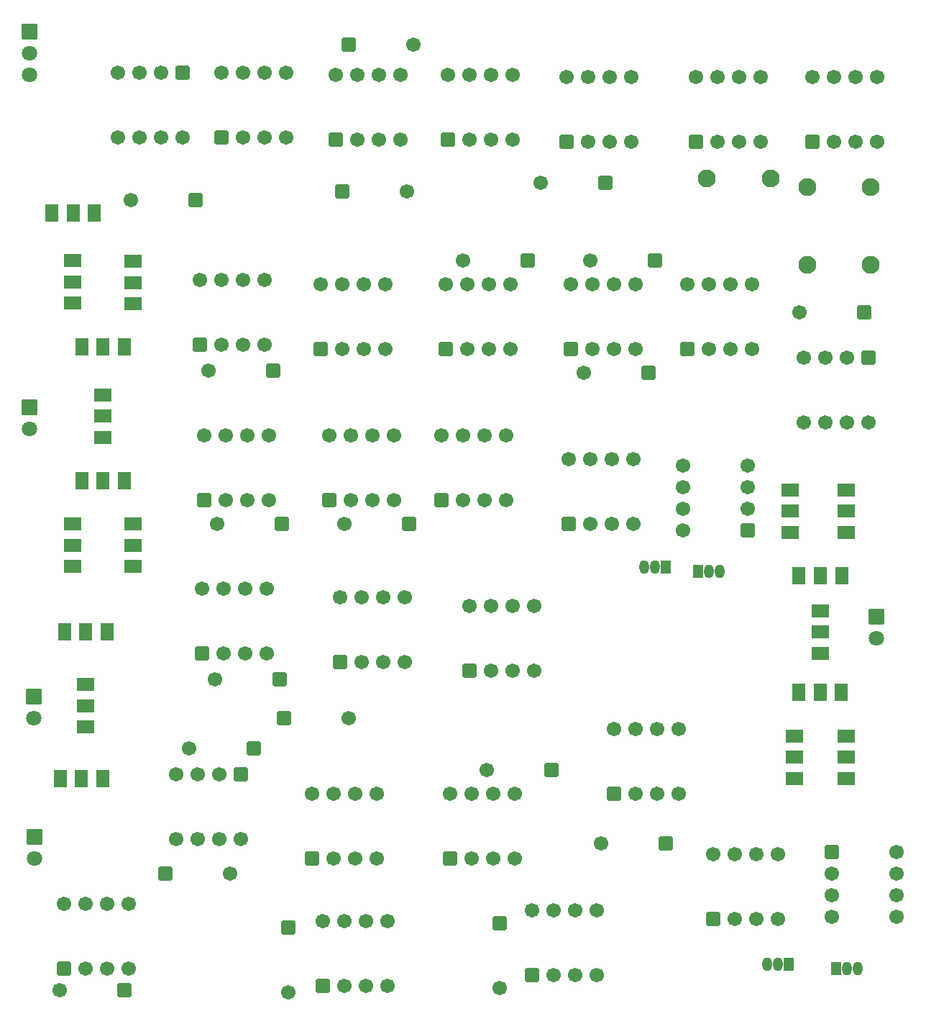
<source format=gbr>
%TF.GenerationSoftware,KiCad,Pcbnew,9.0.5*%
%TF.CreationDate,2025-11-05T22:12:35+05:30*%
%TF.ProjectId,final,66696e61-6c2e-46b6-9963-61645f706362,rev?*%
%TF.SameCoordinates,Original*%
%TF.FileFunction,Soldermask,Bot*%
%TF.FilePolarity,Negative*%
%FSLAX46Y46*%
G04 Gerber Fmt 4.6, Leading zero omitted, Abs format (unit mm)*
G04 Created by KiCad (PCBNEW 9.0.5) date 2025-11-05 22:12:35*
%MOMM*%
%LPD*%
G01*
G04 APERTURE LIST*
G04 Aperture macros list*
%AMRoundRect*
0 Rectangle with rounded corners*
0 $1 Rounding radius*
0 $2 $3 $4 $5 $6 $7 $8 $9 X,Y pos of 4 corners*
0 Add a 4 corners polygon primitive as box body*
4,1,4,$2,$3,$4,$5,$6,$7,$8,$9,$2,$3,0*
0 Add four circle primitives for the rounded corners*
1,1,$1+$1,$2,$3*
1,1,$1+$1,$4,$5*
1,1,$1+$1,$6,$7*
1,1,$1+$1,$8,$9*
0 Add four rect primitives between the rounded corners*
20,1,$1+$1,$2,$3,$4,$5,0*
20,1,$1+$1,$4,$5,$6,$7,0*
20,1,$1+$1,$6,$7,$8,$9,0*
20,1,$1+$1,$8,$9,$2,$3,0*%
G04 Aperture macros list end*
%ADD10RoundRect,0.265875X-0.584925X-0.584925X0.584925X-0.584925X0.584925X0.584925X-0.584925X0.584925X0*%
%ADD11C,1.701600*%
%ADD12RoundRect,0.265875X0.584925X0.584925X-0.584925X0.584925X-0.584925X-0.584925X0.584925X-0.584925X0*%
%ADD13RoundRect,0.265875X0.584925X-0.584925X0.584925X0.584925X-0.584925X0.584925X-0.584925X-0.584925X0*%
%ADD14RoundRect,0.050800X-0.850000X-0.850000X0.850000X-0.850000X0.850000X0.850000X-0.850000X0.850000X0*%
%ADD15C,1.801600*%
%ADD16RoundRect,0.240240X-0.560560X-0.810560X0.560560X-0.810560X0.560560X0.810560X-0.560560X0.810560X0*%
%ADD17RoundRect,0.265875X-0.584925X0.584925X-0.584925X-0.584925X0.584925X-0.584925X0.584925X0.584925X0*%
%ADD18RoundRect,0.050800X0.525000X0.750000X-0.525000X0.750000X-0.525000X-0.750000X0.525000X-0.750000X0*%
%ADD19O,1.151600X1.601600*%
%ADD20RoundRect,0.240240X-0.810560X0.560560X-0.810560X-0.560560X0.810560X-0.560560X0.810560X0.560560X0*%
%ADD21C,2.101600*%
%ADD22RoundRect,0.240240X0.560560X0.810560X-0.560560X0.810560X-0.560560X-0.810560X0.560560X-0.810560X0*%
%ADD23RoundRect,0.240240X0.810560X-0.560560X0.810560X0.560560X-0.810560X0.560560X-0.810560X-0.560560X0*%
%ADD24RoundRect,0.050800X-0.525000X-0.750000X0.525000X-0.750000X0.525000X0.750000X-0.525000X0.750000X0*%
G04 APERTURE END LIST*
D10*
%TO.C,U30*%
X254000000Y-181356000D03*
D11*
X254000000Y-183896000D03*
X254000000Y-186436000D03*
X254000000Y-188976000D03*
X261620000Y-188976000D03*
X261620000Y-186436000D03*
X261620000Y-183896000D03*
X261620000Y-181356000D03*
%TD*%
D12*
%TO.C,D5*%
X188214000Y-124709000D03*
D11*
X180594000Y-124709000D03*
%TD*%
D13*
%TO.C,U15*%
X223266000Y-122169000D03*
D11*
X225806000Y-122169000D03*
X228346000Y-122169000D03*
X230886000Y-122169000D03*
X230886000Y-114549000D03*
X228346000Y-114549000D03*
X225806000Y-114549000D03*
X223266000Y-114549000D03*
%TD*%
D13*
%TO.C,U10*%
X193802000Y-122169000D03*
D11*
X196342000Y-122169000D03*
X198882000Y-122169000D03*
X201422000Y-122169000D03*
X201422000Y-114549000D03*
X198882000Y-114549000D03*
X196342000Y-114549000D03*
X193802000Y-114549000D03*
%TD*%
D13*
%TO.C,U8*%
X179578000Y-121661000D03*
D11*
X182118000Y-121661000D03*
X184658000Y-121661000D03*
X187198000Y-121661000D03*
X187198000Y-114041000D03*
X184658000Y-114041000D03*
X182118000Y-114041000D03*
X179578000Y-114041000D03*
%TD*%
D14*
%TO.C,J1*%
X159512000Y-84836000D03*
D15*
X159512000Y-87376000D03*
X159512000Y-89916000D03*
%TD*%
D14*
%TO.C,J4*%
X160045000Y-179598000D03*
D15*
X160045000Y-182138000D03*
%TD*%
D13*
%TO.C,U9*%
X180086000Y-139949000D03*
D11*
X182626000Y-139949000D03*
X185166000Y-139949000D03*
X187706000Y-139949000D03*
X187706000Y-132329000D03*
X185166000Y-132329000D03*
X182626000Y-132329000D03*
X180086000Y-132329000D03*
%TD*%
D12*
%TO.C,D6*%
X189230000Y-142748000D03*
D11*
X181610000Y-142748000D03*
%TD*%
D13*
%TO.C,U18*%
X223012000Y-142748000D03*
D11*
X225552000Y-142748000D03*
X228092000Y-142748000D03*
X230632000Y-142748000D03*
X230632000Y-135128000D03*
X228092000Y-135128000D03*
X225552000Y-135128000D03*
X223012000Y-135128000D03*
%TD*%
D10*
%TO.C,D14*%
X189484000Y-165608000D03*
D11*
X197104000Y-165608000D03*
%TD*%
D12*
%TO.C,D12*%
X257810000Y-117856000D03*
D11*
X250190000Y-117856000D03*
%TD*%
D12*
%TO.C,D16*%
X170688000Y-197612000D03*
D11*
X163068000Y-197612000D03*
%TD*%
D16*
%TO.C,SW13*%
X163108000Y-172720000D03*
X165608000Y-172720000D03*
X168108000Y-172720000D03*
%TD*%
D12*
%TO.C,D20*%
X234442000Y-180340000D03*
D11*
X226822000Y-180340000D03*
%TD*%
D12*
%TO.C,U19*%
X244089000Y-143510000D03*
D11*
X244089000Y-140970000D03*
X244089000Y-138430000D03*
X244089000Y-135890000D03*
X236469000Y-135890000D03*
X236469000Y-138430000D03*
X236469000Y-140970000D03*
X236469000Y-143510000D03*
%TD*%
D17*
%TO.C,U17*%
X258318000Y-123195000D03*
D11*
X255778000Y-123195000D03*
X253238000Y-123195000D03*
X250698000Y-123195000D03*
X250698000Y-130815000D03*
X253238000Y-130815000D03*
X255778000Y-130815000D03*
X258318000Y-130815000D03*
%TD*%
D18*
%TO.C,Q2*%
X234442000Y-147828000D03*
D19*
X233172000Y-147828000D03*
X231902000Y-147828000D03*
%TD*%
D20*
%TO.C,SW2*%
X168148000Y-127548000D03*
X168148000Y-130048000D03*
X168148000Y-132548000D03*
%TD*%
D21*
%TO.C,C2*%
X251072000Y-112268000D03*
X258572000Y-112268000D03*
%TD*%
D22*
%TO.C,SW7*%
X170648000Y-137668000D03*
X168148000Y-137668000D03*
X165648000Y-137668000D03*
%TD*%
D13*
%TO.C,U13*%
X208026000Y-139949000D03*
D11*
X210566000Y-139949000D03*
X213106000Y-139949000D03*
X215646000Y-139949000D03*
X215646000Y-132329000D03*
X213106000Y-132329000D03*
X210566000Y-132329000D03*
X208026000Y-132329000D03*
%TD*%
D13*
%TO.C,U3*%
X195580000Y-97536000D03*
D11*
X198120000Y-97536000D03*
X200660000Y-97536000D03*
X203200000Y-97536000D03*
X203200000Y-89916000D03*
X200660000Y-89916000D03*
X198120000Y-89916000D03*
X195580000Y-89916000D03*
%TD*%
D12*
%TO.C,D1*%
X179070000Y-104648000D03*
D11*
X171450000Y-104648000D03*
%TD*%
D18*
%TO.C,Q3*%
X248920000Y-194564000D03*
D19*
X247650000Y-194564000D03*
X246380000Y-194564000D03*
%TD*%
D13*
%TO.C,U21*%
X196088000Y-159004000D03*
D11*
X198628000Y-159004000D03*
X201168000Y-159004000D03*
X203708000Y-159004000D03*
X203708000Y-151384000D03*
X201168000Y-151384000D03*
X198628000Y-151384000D03*
X196088000Y-151384000D03*
%TD*%
D20*
%TO.C,SW4*%
X171704000Y-111840000D03*
X171704000Y-114340000D03*
X171704000Y-116840000D03*
%TD*%
D13*
%TO.C,U28*%
X228346000Y-174493000D03*
D11*
X230886000Y-174493000D03*
X233426000Y-174493000D03*
X235966000Y-174493000D03*
X235966000Y-166873000D03*
X233426000Y-166873000D03*
X230886000Y-166873000D03*
X228346000Y-166873000D03*
%TD*%
D13*
%TO.C,U7*%
X251714000Y-97785000D03*
D11*
X254254000Y-97785000D03*
X256794000Y-97785000D03*
X259334000Y-97785000D03*
X259334000Y-90165000D03*
X256794000Y-90165000D03*
X254254000Y-90165000D03*
X251714000Y-90165000D03*
%TD*%
D13*
%TO.C,U12*%
X194818000Y-139949000D03*
D11*
X197358000Y-139949000D03*
X199898000Y-139949000D03*
X202438000Y-139949000D03*
X202438000Y-132329000D03*
X199898000Y-132329000D03*
X197358000Y-132329000D03*
X194818000Y-132329000D03*
%TD*%
D13*
%TO.C,U5*%
X222758000Y-97785000D03*
D11*
X225298000Y-97785000D03*
X227838000Y-97785000D03*
X230378000Y-97785000D03*
X230378000Y-90165000D03*
X227838000Y-90165000D03*
X225298000Y-90165000D03*
X222758000Y-90165000D03*
%TD*%
D20*
%TO.C,SW6*%
X171704000Y-142748000D03*
X171704000Y-145248000D03*
X171704000Y-147748000D03*
%TD*%
D16*
%TO.C,SW1*%
X162132000Y-106172000D03*
X164632000Y-106172000D03*
X167132000Y-106172000D03*
%TD*%
D23*
%TO.C,SW5*%
X164592000Y-116760000D03*
X164592000Y-114260000D03*
X164592000Y-111760000D03*
%TD*%
D12*
%TO.C,D13*%
X185928000Y-169164000D03*
D11*
X178308000Y-169164000D03*
%TD*%
D13*
%TO.C,U27*%
X218694000Y-195829000D03*
D11*
X221234000Y-195829000D03*
X223774000Y-195829000D03*
X226314000Y-195829000D03*
X226314000Y-188209000D03*
X223774000Y-188209000D03*
X221234000Y-188209000D03*
X218694000Y-188209000D03*
%TD*%
D24*
%TO.C,Q1*%
X238252000Y-148336000D03*
D19*
X239522000Y-148336000D03*
X240792000Y-148336000D03*
%TD*%
D17*
%TO.C,U20*%
X184404000Y-172212000D03*
D11*
X181864000Y-172212000D03*
X179324000Y-172212000D03*
X176784000Y-172212000D03*
X176784000Y-179832000D03*
X179324000Y-179832000D03*
X181864000Y-179832000D03*
X184404000Y-179832000D03*
%TD*%
D14*
%TO.C,J5*%
X259209500Y-153690000D03*
D15*
X259209500Y-156230000D03*
%TD*%
D12*
%TO.C,D7*%
X188976000Y-161036000D03*
D11*
X181356000Y-161036000D03*
%TD*%
D10*
%TO.C,D3*%
X197104000Y-86360000D03*
D11*
X204724000Y-86360000D03*
%TD*%
D16*
%TO.C,SW20*%
X250120500Y-148844000D03*
X252620500Y-148844000D03*
X255120500Y-148844000D03*
%TD*%
%TO.C,SW3*%
X165648000Y-121920000D03*
X168148000Y-121920000D03*
X170648000Y-121920000D03*
%TD*%
D12*
%TO.C,D17*%
X220980000Y-171704000D03*
D11*
X213360000Y-171704000D03*
%TD*%
D13*
%TO.C,U26*%
X194056000Y-197104000D03*
D11*
X196596000Y-197104000D03*
X199136000Y-197104000D03*
X201676000Y-197104000D03*
X201676000Y-189484000D03*
X199136000Y-189484000D03*
X196596000Y-189484000D03*
X194056000Y-189484000D03*
%TD*%
D20*
%TO.C,SW16*%
X255628500Y-167680000D03*
X255628500Y-170180000D03*
X255628500Y-172680000D03*
%TD*%
D13*
%TO.C,U22*%
X211328000Y-160020000D03*
D11*
X213868000Y-160020000D03*
X216408000Y-160020000D03*
X218948000Y-160020000D03*
X218948000Y-152400000D03*
X216408000Y-152400000D03*
X213868000Y-152400000D03*
X211328000Y-152400000D03*
%TD*%
D17*
%TO.C,D18*%
X189992000Y-190246000D03*
D11*
X189992000Y-197866000D03*
%TD*%
D22*
%TO.C,SW19*%
X255080500Y-162560000D03*
X252580500Y-162560000D03*
X250080500Y-162560000D03*
%TD*%
D20*
%TO.C,SW18*%
X255628500Y-138724000D03*
X255628500Y-141224000D03*
X255628500Y-143724000D03*
%TD*%
D13*
%TO.C,U23*%
X163576000Y-195072000D03*
D11*
X166116000Y-195072000D03*
X168656000Y-195072000D03*
X171196000Y-195072000D03*
X171196000Y-187452000D03*
X168656000Y-187452000D03*
X166116000Y-187452000D03*
X163576000Y-187452000D03*
%TD*%
D10*
%TO.C,D15*%
X175514000Y-183896000D03*
D11*
X183134000Y-183896000D03*
%TD*%
D17*
%TO.C,U2*%
X177546000Y-89667000D03*
D11*
X175006000Y-89667000D03*
X172466000Y-89667000D03*
X169926000Y-89667000D03*
X169926000Y-97287000D03*
X172466000Y-97287000D03*
X175006000Y-97287000D03*
X177546000Y-97287000D03*
%TD*%
D10*
%TO.C,D2*%
X196342000Y-103632000D03*
D11*
X203962000Y-103632000D03*
%TD*%
D23*
%TO.C,SW22*%
X249024500Y-143724000D03*
X249024500Y-141224000D03*
X249024500Y-138724000D03*
%TD*%
D21*
%TO.C,C3*%
X258572000Y-103124000D03*
X251072000Y-103124000D03*
%TD*%
D13*
%TO.C,U14*%
X208534000Y-122169000D03*
D11*
X211074000Y-122169000D03*
X213614000Y-122169000D03*
X216154000Y-122169000D03*
X216154000Y-114549000D03*
X213614000Y-114549000D03*
X211074000Y-114549000D03*
X208534000Y-114549000D03*
%TD*%
D23*
%TO.C,SW8*%
X164592000Y-147748000D03*
X164592000Y-145248000D03*
X164592000Y-142748000D03*
%TD*%
D13*
%TO.C,U4*%
X208788000Y-97536000D03*
D11*
X211328000Y-97536000D03*
X213868000Y-97536000D03*
X216408000Y-97536000D03*
X216408000Y-89916000D03*
X213868000Y-89916000D03*
X211328000Y-89916000D03*
X208788000Y-89916000D03*
%TD*%
D13*
%TO.C,U29*%
X240030000Y-189225000D03*
D11*
X242570000Y-189225000D03*
X245110000Y-189225000D03*
X247650000Y-189225000D03*
X247650000Y-181605000D03*
X245110000Y-181605000D03*
X242570000Y-181605000D03*
X240030000Y-181605000D03*
%TD*%
D12*
%TO.C,D11*%
X218186000Y-111760000D03*
D11*
X210566000Y-111760000D03*
%TD*%
D14*
%TO.C,J2*%
X159512000Y-129032000D03*
D15*
X159512000Y-131572000D03*
%TD*%
D14*
%TO.C,J3*%
X160020000Y-163068000D03*
D15*
X160020000Y-165608000D03*
%TD*%
D21*
%TO.C,C1*%
X239268000Y-102108000D03*
X246768000Y-102108000D03*
%TD*%
D24*
%TO.C,Q4*%
X254508000Y-195072000D03*
D19*
X255778000Y-195072000D03*
X257048000Y-195072000D03*
%TD*%
D23*
%TO.C,SW21*%
X249532500Y-172680000D03*
X249532500Y-170180000D03*
X249532500Y-167680000D03*
%TD*%
D13*
%TO.C,U16*%
X236982000Y-122169000D03*
D11*
X239522000Y-122169000D03*
X242062000Y-122169000D03*
X244602000Y-122169000D03*
X244602000Y-114549000D03*
X242062000Y-114549000D03*
X239522000Y-114549000D03*
X236982000Y-114549000D03*
%TD*%
D22*
%TO.C,SW12*%
X168616000Y-155448000D03*
X166116000Y-155448000D03*
X163616000Y-155448000D03*
%TD*%
D12*
%TO.C,D4*%
X227330000Y-102616000D03*
D11*
X219710000Y-102616000D03*
%TD*%
D17*
%TO.C,D19*%
X214884000Y-189738000D03*
D11*
X214884000Y-197358000D03*
%TD*%
D13*
%TO.C,U6*%
X237998000Y-97785000D03*
D11*
X240538000Y-97785000D03*
X243078000Y-97785000D03*
X245618000Y-97785000D03*
X245618000Y-90165000D03*
X243078000Y-90165000D03*
X240538000Y-90165000D03*
X237998000Y-90165000D03*
%TD*%
D13*
%TO.C,U25*%
X209042000Y-182113000D03*
D11*
X211582000Y-182113000D03*
X214122000Y-182113000D03*
X216662000Y-182113000D03*
X216662000Y-174493000D03*
X214122000Y-174493000D03*
X211582000Y-174493000D03*
X209042000Y-174493000D03*
%TD*%
D12*
%TO.C,D9*%
X233172000Y-111760000D03*
D11*
X225552000Y-111760000D03*
%TD*%
D12*
%TO.C,D10*%
X232410000Y-124968000D03*
D11*
X224790000Y-124968000D03*
%TD*%
D12*
%TO.C,D8*%
X204216000Y-142748000D03*
D11*
X196596000Y-142748000D03*
%TD*%
D20*
%TO.C,SW10*%
X166116000Y-161624000D03*
X166116000Y-164124000D03*
X166116000Y-166624000D03*
%TD*%
D23*
%TO.C,SW17*%
X252580500Y-157948000D03*
X252580500Y-155448000D03*
X252580500Y-152948000D03*
%TD*%
D13*
%TO.C,U1*%
X182118000Y-97277000D03*
D11*
X184658000Y-97277000D03*
X187198000Y-97277000D03*
X189738000Y-97277000D03*
X189738000Y-89657000D03*
X187198000Y-89657000D03*
X184658000Y-89657000D03*
X182118000Y-89657000D03*
%TD*%
D13*
%TO.C,U11*%
X179832000Y-157988000D03*
D11*
X182372000Y-157988000D03*
X184912000Y-157988000D03*
X187452000Y-157988000D03*
X187452000Y-150368000D03*
X184912000Y-150368000D03*
X182372000Y-150368000D03*
X179832000Y-150368000D03*
%TD*%
D13*
%TO.C,U24*%
X192786000Y-182113000D03*
D11*
X195326000Y-182113000D03*
X197866000Y-182113000D03*
X200406000Y-182113000D03*
X200406000Y-174493000D03*
X197866000Y-174493000D03*
X195326000Y-174493000D03*
X192786000Y-174493000D03*
%TD*%
M02*

</source>
